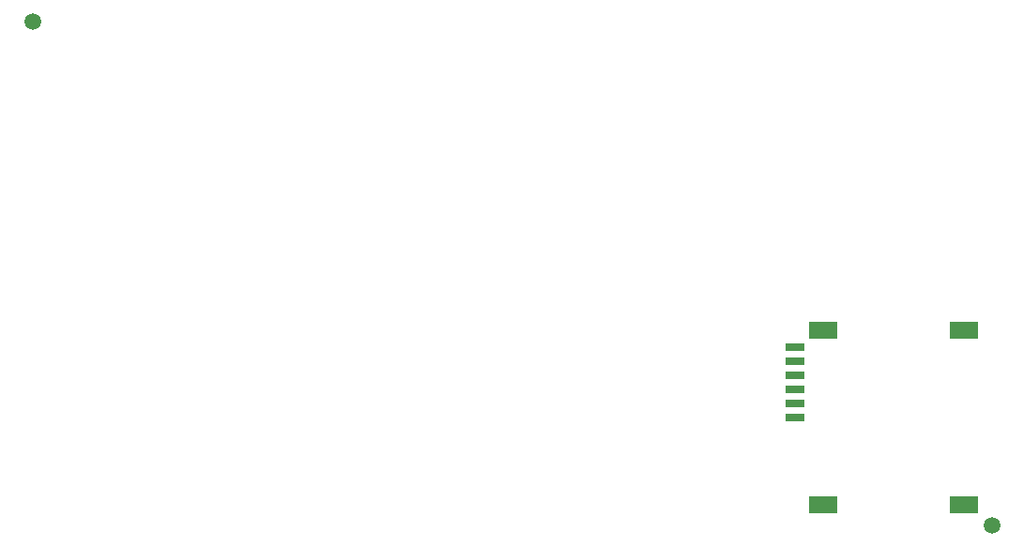
<source format=gbp>
G04 Layer_Color=128*
%FSTAX24Y24*%
%MOIN*%
G70*
G01*
G75*
%ADD48C,0.0591*%
%ADD76R,0.1024X0.0630*%
%ADD77R,0.0709X0.0315*%
D48*
X051378Y020866D02*
D03*
X017323Y03878D02*
D03*
D76*
X045394Y027819D02*
D03*
Y021598D02*
D03*
X050386D02*
D03*
Y027819D02*
D03*
D77*
X044409Y027205D02*
D03*
Y026705D02*
D03*
Y026205D02*
D03*
Y025705D02*
D03*
Y025205D02*
D03*
Y024705D02*
D03*
M02*

</source>
